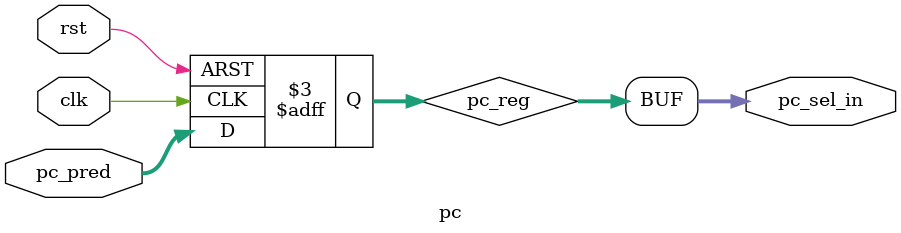
<source format=v>
`timescale 1ns / 1ps


module pc(
    input  wire         clk,
    input  wire         rst,
    
    input  wire [31:0]  pc_pred,
    output wire [31:0]  pc_sel_in
);
    
    reg [31:0] pc_reg;

    always @(posedge clk or negedge rst) begin
        if (!rst) pc_reg <= 32'h00000000;
        else pc_reg <= pc_pred;
    end
    
    assign pc_sel_in = pc_reg;
    
endmodule

</source>
